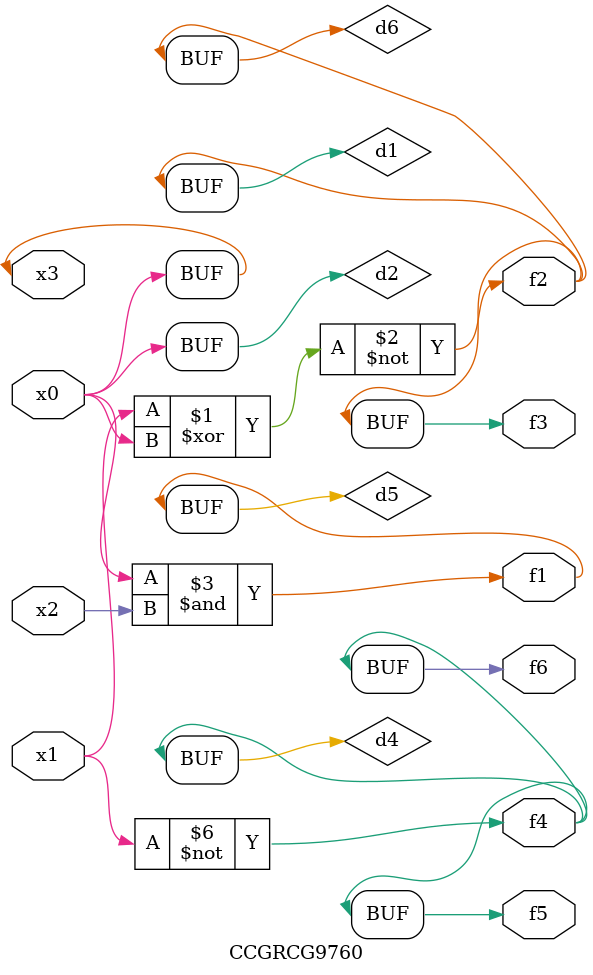
<source format=v>
module CCGRCG9760(
	input x0, x1, x2, x3,
	output f1, f2, f3, f4, f5, f6
);

	wire d1, d2, d3, d4, d5, d6;

	xnor (d1, x1, x3);
	buf (d2, x0, x3);
	nand (d3, x0, x2);
	not (d4, x1);
	nand (d5, d3);
	or (d6, d1);
	assign f1 = d5;
	assign f2 = d6;
	assign f3 = d6;
	assign f4 = d4;
	assign f5 = d4;
	assign f6 = d4;
endmodule

</source>
